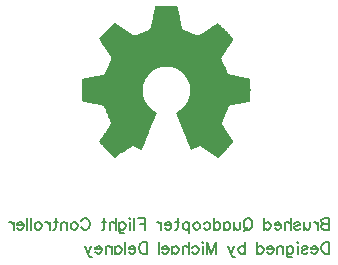
<source format=gbo>
G04 ---------------------------- Layer name :BOTTOM SILK LAYER*
G04 EasyEDA v5.7.24, Wed, 12 Sep 2018 16:49:18 GMT*
G04 4f4d465e801a4545b0c1db8b9bb63b57*
G04 Gerber Generator version 0.2*
G04 Scale: 100 percent, Rotated: No, Reflected: No *
G04 Dimensions in millimeters *
G04 leading zeros omitted , absolute positions ,3 integer and 3 decimal *
%FSLAX33Y33*%
%MOMM*%
G90*
G71D02*

%ADD52C,0.203200*%

%LPD*%

%LPD*%
G36*
G01X36703Y43545D02*
G01X36703Y43545D01*
G01X36703Y43545D01*
G01X36709Y43537D01*
G01X36718Y43519D01*
G01X36728Y43492D01*
G01X36739Y43457D01*
G01X36751Y43414D01*
G01X36765Y43364D01*
G01X36780Y43308D01*
G01X36795Y43244D01*
G01X36811Y43176D01*
G01X36828Y43101D01*
G01X36846Y43022D01*
G01X36863Y42939D01*
G01X36882Y42852D01*
G01X36900Y42761D01*
G01X36918Y42668D01*
G01X36936Y42573D01*
G01X36936Y42573D01*
G01X36954Y42477D01*
G01X36973Y42384D01*
G01X36990Y42294D01*
G01X37008Y42207D01*
G01X37025Y42124D01*
G01X37041Y42045D01*
G01X37057Y41971D01*
G01X37072Y41902D01*
G01X37086Y41840D01*
G01X37099Y41783D01*
G01X37111Y41733D01*
G01X37122Y41691D01*
G01X37131Y41656D01*
G01X37139Y41630D01*
G01X37146Y41613D01*
G01X37151Y41605D01*
G01X37151Y41605D01*
G01X37162Y41598D01*
G01X37183Y41587D01*
G01X37215Y41572D01*
G01X37256Y41553D01*
G01X37305Y41531D01*
G01X37362Y41507D01*
G01X37426Y41479D01*
G01X37496Y41450D01*
G01X37571Y41418D01*
G01X37650Y41386D01*
G01X37732Y41351D01*
G01X37818Y41317D01*
G01X37818Y41317D01*
G01X37903Y41282D01*
G01X37986Y41249D01*
G01X38066Y41217D01*
G01X38142Y41188D01*
G01X38212Y41161D01*
G01X38277Y41136D01*
G01X38335Y41114D01*
G01X38386Y41096D01*
G01X38428Y41081D01*
G01X38462Y41070D01*
G01X38485Y41063D01*
G01X38498Y41061D01*
G01X38498Y41061D01*
G01X38507Y41064D01*
G01X38524Y41072D01*
G01X38547Y41084D01*
G01X38577Y41102D01*
G01X38613Y41124D01*
G01X38655Y41150D01*
G01X38703Y41180D01*
G01X38755Y41214D01*
G01X38812Y41250D01*
G01X38873Y41290D01*
G01X38937Y41333D01*
G01X39005Y41379D01*
G01X39076Y41426D01*
G01X39149Y41476D01*
G01X39224Y41527D01*
G01X39301Y41580D01*
G01X39301Y41580D01*
G01X39378Y41633D01*
G01X39454Y41685D01*
G01X39528Y41734D01*
G01X39599Y41782D01*
G01X39668Y41827D01*
G01X39734Y41870D01*
G01X39796Y41910D01*
G01X39855Y41947D01*
G01X39909Y41981D01*
G01X39958Y42011D01*
G01X40003Y42037D01*
G01X40041Y42059D01*
G01X40074Y42076D01*
G01X40100Y42089D01*
G01X40119Y42097D01*
G01X40131Y42100D01*
G01X40131Y42100D01*
G01X40142Y42096D01*
G01X40159Y42087D01*
G01X40182Y42071D01*
G01X40211Y42050D01*
G01X40244Y42023D01*
G01X40282Y41991D01*
G01X40324Y41955D01*
G01X40371Y41914D01*
G01X40421Y41869D01*
G01X40474Y41821D01*
G01X40529Y41769D01*
G01X40588Y41713D01*
G01X40648Y41656D01*
G01X40710Y41595D01*
G01X40774Y41533D01*
G01X40839Y41468D01*
G01X40839Y41468D01*
G01X40903Y41404D01*
G01X40965Y41340D01*
G01X41025Y41279D01*
G01X41083Y41219D01*
G01X41138Y41161D01*
G01X41190Y41106D01*
G01X41239Y41055D01*
G01X41284Y41006D01*
G01X41324Y40961D01*
G01X41361Y40920D01*
G01X41392Y40884D01*
G01X41419Y40853D01*
G01X41440Y40826D01*
G01X41456Y40805D01*
G01X41465Y40790D01*
G01X41469Y40781D01*
G01X41469Y40781D01*
G01X41466Y40771D01*
G01X41458Y40754D01*
G01X41445Y40730D01*
G01X41428Y40700D01*
G01X41406Y40663D01*
G01X41380Y40620D01*
G01X41350Y40572D01*
G01X41316Y40520D01*
G01X41279Y40462D01*
G01X41239Y40401D01*
G01X41196Y40336D01*
G01X41151Y40268D01*
G01X41103Y40197D01*
G01X41054Y40123D01*
G01X41002Y40048D01*
G01X40949Y39970D01*
G01X40949Y39970D01*
G01X40896Y39893D01*
G01X40845Y39818D01*
G01X40795Y39744D01*
G01X40748Y39673D01*
G01X40702Y39605D01*
G01X40660Y39540D01*
G01X40620Y39479D01*
G01X40583Y39422D01*
G01X40550Y39369D01*
G01X40520Y39321D01*
G01X40494Y39279D01*
G01X40472Y39242D01*
G01X40455Y39212D01*
G01X40442Y39188D01*
G01X40435Y39171D01*
G01X40432Y39162D01*
G01X40432Y39162D01*
G01X40435Y39148D01*
G01X40443Y39123D01*
G01X40456Y39088D01*
G01X40473Y39043D01*
G01X40494Y38989D01*
G01X40519Y38927D01*
G01X40546Y38858D01*
G01X40577Y38783D01*
G01X40611Y38703D01*
G01X40646Y38618D01*
G01X40684Y38530D01*
G01X40723Y38440D01*
G01X41010Y37772D01*
G01X41846Y37609D01*
G01X41846Y37609D01*
G01X41931Y37593D01*
G01X42016Y37576D01*
G01X42098Y37560D01*
G01X42179Y37544D01*
G01X42256Y37529D01*
G01X42331Y37514D01*
G01X42402Y37500D01*
G01X42468Y37487D01*
G01X42530Y37475D01*
G01X42587Y37464D01*
G01X42638Y37454D01*
G01X42683Y37445D01*
G01X42721Y37437D01*
G01X42753Y37431D01*
G01X42777Y37426D01*
G01X42792Y37423D01*
G01X42792Y37423D01*
G01X42812Y37418D01*
G01X42829Y37413D01*
G01X42844Y37405D01*
G01X42856Y37393D01*
G01X42867Y37377D01*
G01X42876Y37353D01*
G01X42883Y37321D01*
G01X42889Y37280D01*
G01X42894Y37228D01*
G01X42898Y37164D01*
G01X42900Y37086D01*
G01X42902Y36992D01*
G01X42903Y36882D01*
G01X42903Y36754D01*
G01X42903Y36607D01*
G01X42904Y36439D01*
G01X42904Y36439D01*
G01X42903Y36284D01*
G01X42903Y36147D01*
G01X42902Y36026D01*
G01X42901Y35920D01*
G01X42899Y35828D01*
G01X42897Y35750D01*
G01X42894Y35683D01*
G01X42890Y35628D01*
G01X42885Y35582D01*
G01X42879Y35545D01*
G01X42872Y35516D01*
G01X42864Y35494D01*
G01X42854Y35478D01*
G01X42843Y35467D01*
G01X42831Y35459D01*
G01X42817Y35454D01*
G01X42817Y35454D01*
G01X42798Y35449D01*
G01X42767Y35442D01*
G01X42725Y35434D01*
G01X42672Y35423D01*
G01X42609Y35411D01*
G01X42538Y35398D01*
G01X42459Y35383D01*
G01X42374Y35368D01*
G01X42283Y35352D01*
G01X42188Y35335D01*
G01X42089Y35317D01*
G01X41988Y35299D01*
G01X41988Y35299D01*
G01X41887Y35282D01*
G01X41788Y35264D01*
G01X41692Y35246D01*
G01X41601Y35229D01*
G01X41515Y35212D01*
G01X41435Y35196D01*
G01X41362Y35181D01*
G01X41298Y35168D01*
G01X41243Y35156D01*
G01X41199Y35145D01*
G01X41166Y35136D01*
G01X41146Y35129D01*
G01X41146Y35129D01*
G01X41127Y35118D01*
G01X41107Y35098D01*
G01X41084Y35070D01*
G01X41059Y35032D01*
G01X41032Y34985D01*
G01X41002Y34928D01*
G01X40969Y34861D01*
G01X40933Y34783D01*
G01X40894Y34695D01*
G01X40852Y34596D01*
G01X40807Y34486D01*
G01X40758Y34364D01*
G01X40758Y34364D01*
G01X40719Y34266D01*
G01X40682Y34170D01*
G01X40648Y34078D01*
G01X40616Y33991D01*
G01X40587Y33910D01*
G01X40561Y33835D01*
G01X40539Y33768D01*
G01X40521Y33709D01*
G01X40507Y33660D01*
G01X40498Y33621D01*
G01X40494Y33594D01*
G01X40494Y33579D01*
G01X40494Y33579D01*
G01X40499Y33569D01*
G01X40509Y33553D01*
G01X40523Y33530D01*
G01X40542Y33501D01*
G01X40564Y33466D01*
G01X40590Y33427D01*
G01X40619Y33382D01*
G01X40652Y33333D01*
G01X40687Y33280D01*
G01X40725Y33223D01*
G01X40765Y33164D01*
G01X40808Y33101D01*
G01X40852Y33035D01*
G01X40898Y32968D01*
G01X40946Y32898D01*
G01X40994Y32828D01*
G01X40994Y32828D01*
G01X41058Y32734D01*
G01X41120Y32643D01*
G01X41178Y32556D01*
G01X41233Y32473D01*
G01X41284Y32396D01*
G01X41329Y32325D01*
G01X41369Y32261D01*
G01X41404Y32206D01*
G01X41431Y32160D01*
G01X41452Y32124D01*
G01X41464Y32099D01*
G01X41469Y32085D01*
G01X41469Y32085D01*
G01X41465Y32076D01*
G01X41455Y32061D01*
G01X41439Y32040D01*
G01X41417Y32013D01*
G01X41389Y31980D01*
G01X41355Y31943D01*
G01X41317Y31901D01*
G01X41275Y31855D01*
G01X41228Y31804D01*
G01X41177Y31751D01*
G01X41122Y31694D01*
G01X41065Y31634D01*
G01X41004Y31572D01*
G01X40941Y31507D01*
G01X40875Y31441D01*
G01X40808Y31374D01*
G01X40147Y30715D01*
G01X39415Y31214D01*
G01X39415Y31214D01*
G01X39340Y31265D01*
G01X39266Y31314D01*
G01X39195Y31362D01*
G01X39126Y31407D01*
G01X39059Y31451D01*
G01X38996Y31492D01*
G01X38936Y31531D01*
G01X38881Y31566D01*
G01X38829Y31598D01*
G01X38783Y31627D01*
G01X38742Y31652D01*
G01X38706Y31673D01*
G01X38676Y31690D01*
G01X38652Y31703D01*
G01X38636Y31710D01*
G01X38626Y31713D01*
G01X38626Y31713D01*
G01X38609Y31709D01*
G01X38579Y31699D01*
G01X38540Y31683D01*
G01X38491Y31662D01*
G01X38436Y31636D01*
G01X38376Y31607D01*
G01X38311Y31574D01*
G01X38245Y31540D01*
G01X38245Y31540D01*
G01X38158Y31494D01*
G01X38085Y31459D01*
G01X38026Y31433D01*
G01X37977Y31416D01*
G01X37939Y31407D01*
G01X37909Y31407D01*
G01X37887Y31414D01*
G01X37871Y31428D01*
G01X37871Y31428D01*
G01X37859Y31447D01*
G01X37842Y31478D01*
G01X37822Y31518D01*
G01X37799Y31566D01*
G01X37774Y31622D01*
G01X37748Y31682D01*
G01X37721Y31746D01*
G01X37695Y31812D01*
G01X37695Y31812D01*
G01X37685Y31836D01*
G01X37673Y31866D01*
G01X37659Y31899D01*
G01X37644Y31938D01*
G01X37626Y31980D01*
G01X37607Y32026D01*
G01X37587Y32076D01*
G01X37565Y32130D01*
G01X37542Y32186D01*
G01X37517Y32246D01*
G01X37492Y32308D01*
G01X37465Y32373D01*
G01X37437Y32440D01*
G01X37409Y32510D01*
G01X37379Y32581D01*
G01X37349Y32654D01*
G01X37318Y32728D01*
G01X37287Y32804D01*
G01X37255Y32880D01*
G01X37223Y32958D01*
G01X37191Y33036D01*
G01X37158Y33114D01*
G01X37126Y33192D01*
G01X37093Y33271D01*
G01X37093Y33271D01*
G01X37055Y33364D01*
G01X37017Y33456D01*
G01X36980Y33545D01*
G01X36944Y33633D01*
G01X36910Y33718D01*
G01X36877Y33801D01*
G01X36845Y33880D01*
G01X36815Y33956D01*
G01X36786Y34028D01*
G01X36760Y34096D01*
G01X36735Y34160D01*
G01X36712Y34219D01*
G01X36692Y34273D01*
G01X36674Y34321D01*
G01X36658Y34364D01*
G01X36645Y34401D01*
G01X36635Y34432D01*
G01X36628Y34456D01*
G01X36623Y34473D01*
G01X36621Y34483D01*
G01X36621Y34483D01*
G01X36638Y34521D01*
G01X36682Y34571D01*
G01X36746Y34627D01*
G01X36825Y34680D01*
G01X36825Y34680D01*
G01X36870Y34711D01*
G01X36922Y34749D01*
G01X36978Y34793D01*
G01X37036Y34843D01*
G01X37096Y34896D01*
G01X37154Y34951D01*
G01X37210Y35006D01*
G01X37261Y35060D01*
G01X37261Y35060D01*
G01X37311Y35116D01*
G01X37361Y35177D01*
G01X37410Y35241D01*
G01X37458Y35307D01*
G01X37503Y35372D01*
G01X37543Y35434D01*
G01X37577Y35492D01*
G01X37603Y35543D01*
G01X37603Y35543D01*
G01X37625Y35594D01*
G01X37649Y35652D01*
G01X37672Y35714D01*
G01X37695Y35779D01*
G01X37716Y35845D01*
G01X37735Y35909D01*
G01X37752Y35971D01*
G01X37765Y36027D01*
G01X37765Y36027D01*
G01X37776Y36087D01*
G01X37784Y36155D01*
G01X37791Y36230D01*
G01X37795Y36309D01*
G01X37797Y36391D01*
G01X37797Y36474D01*
G01X37794Y36554D01*
G01X37788Y36632D01*
G01X37788Y36632D01*
G01X37782Y36691D01*
G01X37775Y36749D01*
G01X37765Y36806D01*
G01X37754Y36862D01*
G01X37742Y36916D01*
G01X37728Y36971D01*
G01X37712Y37024D01*
G01X37695Y37078D01*
G01X37675Y37131D01*
G01X37654Y37183D01*
G01X37631Y37236D01*
G01X37606Y37289D01*
G01X37606Y37289D01*
G01X37583Y37333D01*
G01X37557Y37380D01*
G01X37529Y37428D01*
G01X37498Y37478D01*
G01X37464Y37528D01*
G01X37430Y37579D01*
G01X37394Y37628D01*
G01X37358Y37676D01*
G01X37322Y37722D01*
G01X37287Y37765D01*
G01X37252Y37805D01*
G01X37219Y37841D01*
G01X37219Y37841D01*
G01X37166Y37892D01*
G01X37108Y37945D01*
G01X37045Y37997D01*
G01X36980Y38048D01*
G01X36915Y38095D01*
G01X36852Y38138D01*
G01X36793Y38175D01*
G01X36739Y38204D01*
G01X36739Y38204D01*
G01X36686Y38230D01*
G01X36627Y38256D01*
G01X36564Y38282D01*
G01X36499Y38308D01*
G01X36435Y38332D01*
G01X36374Y38354D01*
G01X36316Y38373D01*
G01X36264Y38388D01*
G01X36264Y38388D01*
G01X36209Y38401D01*
G01X36144Y38411D01*
G01X36073Y38420D01*
G01X35996Y38427D01*
G01X35915Y38431D01*
G01X35833Y38433D01*
G01X35751Y38432D01*
G01X35671Y38429D01*
G01X35671Y38429D01*
G01X35617Y38425D01*
G01X35562Y38419D01*
G01X35505Y38411D01*
G01X35447Y38403D01*
G01X35388Y38392D01*
G01X35330Y38381D01*
G01X35273Y38369D01*
G01X35217Y38355D01*
G01X35164Y38341D01*
G01X35113Y38326D01*
G01X35066Y38311D01*
G01X35023Y38295D01*
G01X35023Y38295D01*
G01X34977Y38276D01*
G01X34929Y38254D01*
G01X34881Y38229D01*
G01X34832Y38202D01*
G01X34783Y38172D01*
G01X34733Y38140D01*
G01X34683Y38106D01*
G01X34633Y38070D01*
G01X34583Y38032D01*
G01X34534Y37992D01*
G01X34485Y37950D01*
G01X34438Y37907D01*
G01X34438Y37907D01*
G01X34393Y37865D01*
G01X34349Y37821D01*
G01X34306Y37775D01*
G01X34264Y37728D01*
G01X34223Y37679D01*
G01X34183Y37631D01*
G01X34146Y37582D01*
G01X34110Y37534D01*
G01X34078Y37487D01*
G01X34048Y37441D01*
G01X34022Y37397D01*
G01X34000Y37355D01*
G01X34000Y37355D01*
G01X33971Y37294D01*
G01X33941Y37225D01*
G01X33912Y37151D01*
G01X33884Y37074D01*
G01X33858Y36996D01*
G01X33835Y36921D01*
G01X33815Y36850D01*
G01X33800Y36785D01*
G01X33800Y36785D01*
G01X33788Y36719D01*
G01X33778Y36649D01*
G01X33771Y36575D01*
G01X33766Y36499D01*
G01X33763Y36425D01*
G01X33762Y36354D01*
G01X33765Y36287D01*
G01X33770Y36227D01*
G01X33770Y36227D01*
G01X33778Y36170D01*
G01X33789Y36107D01*
G01X33803Y36040D01*
G01X33818Y35972D01*
G01X33836Y35904D01*
G01X33854Y35839D01*
G01X33873Y35779D01*
G01X33892Y35726D01*
G01X33892Y35726D01*
G01X33913Y35673D01*
G01X33939Y35615D01*
G01X33970Y35553D01*
G01X34003Y35489D01*
G01X34037Y35426D01*
G01X34073Y35364D01*
G01X34108Y35307D01*
G01X34142Y35255D01*
G01X34142Y35255D01*
G01X34179Y35205D01*
G01X34222Y35151D01*
G01X34271Y35094D01*
G01X34323Y35038D01*
G01X34377Y34982D01*
G01X34432Y34929D01*
G01X34485Y34881D01*
G01X34535Y34840D01*
G01X34535Y34840D01*
G01X34584Y34801D01*
G01X34634Y34762D01*
G01X34684Y34724D01*
G01X34733Y34688D01*
G01X34778Y34654D01*
G01X34819Y34625D01*
G01X34853Y34600D01*
G01X34881Y34581D01*
G01X34993Y34507D01*
G01X34348Y32955D01*
G01X34348Y32955D01*
G01X34310Y32864D01*
G01X34273Y32774D01*
G01X34236Y32686D01*
G01X34200Y32599D01*
G01X34165Y32514D01*
G01X34130Y32431D01*
G01X34096Y32350D01*
G01X34063Y32271D01*
G01X34031Y32194D01*
G01X33999Y32120D01*
G01X33969Y32049D01*
G01X33940Y31980D01*
G01X33912Y31914D01*
G01X33886Y31851D01*
G01X33860Y31792D01*
G01X33837Y31735D01*
G01X33814Y31683D01*
G01X33793Y31634D01*
G01X33774Y31588D01*
G01X33756Y31547D01*
G01X33740Y31510D01*
G01X33725Y31477D01*
G01X33713Y31449D01*
G01X33702Y31425D01*
G01X33694Y31406D01*
G01X33687Y31392D01*
G01X33682Y31382D01*
G01X33680Y31378D01*
G01X33680Y31378D01*
G01X33668Y31377D01*
G01X33645Y31383D01*
G01X33611Y31396D01*
G01X33567Y31414D01*
G01X33516Y31438D01*
G01X33459Y31466D01*
G01X33396Y31498D01*
G01X33330Y31534D01*
G01X33330Y31534D01*
G01X33264Y31570D01*
G01X33199Y31603D01*
G01X33137Y31634D01*
G01X33081Y31660D01*
G01X33032Y31682D01*
G01X32991Y31699D01*
G01X32959Y31709D01*
G01X32940Y31713D01*
G01X32940Y31713D01*
G01X32899Y31702D01*
G01X32837Y31672D01*
G01X32762Y31628D01*
G01X32682Y31574D01*
G01X32682Y31574D01*
G01X32651Y31552D01*
G01X32611Y31525D01*
G01X32565Y31492D01*
G01X32511Y31455D01*
G01X32452Y31414D01*
G01X32388Y31369D01*
G01X32321Y31322D01*
G01X32250Y31274D01*
G01X32177Y31223D01*
G01X32103Y31172D01*
G01X32028Y31121D01*
G01X31954Y31071D01*
G01X31420Y30705D01*
G01X30755Y31369D01*
G01X30755Y31369D01*
G01X30687Y31437D01*
G01X30621Y31503D01*
G01X30557Y31568D01*
G01X30496Y31630D01*
G01X30438Y31690D01*
G01X30383Y31747D01*
G01X30332Y31800D01*
G01X30284Y31850D01*
G01X30241Y31896D01*
G01X30203Y31937D01*
G01X30170Y31974D01*
G01X30141Y32006D01*
G01X30119Y32032D01*
G01X30103Y32052D01*
G01X30092Y32066D01*
G01X30089Y32074D01*
G01X30089Y32074D01*
G01X30091Y32082D01*
G01X30099Y32097D01*
G01X30111Y32119D01*
G01X30128Y32147D01*
G01X30149Y32181D01*
G01X30174Y32221D01*
G01X30202Y32266D01*
G01X30234Y32315D01*
G01X30269Y32369D01*
G01X30308Y32427D01*
G01X30348Y32489D01*
G01X30392Y32554D01*
G01X30437Y32622D01*
G01X30484Y32692D01*
G01X30533Y32764D01*
G01X30584Y32838D01*
G01X30584Y32838D01*
G01X30634Y32912D01*
G01X30683Y32984D01*
G01X30730Y33055D01*
G01X30776Y33124D01*
G01X30819Y33189D01*
G01X30860Y33252D01*
G01X30898Y33312D01*
G01X30933Y33367D01*
G01X30965Y33419D01*
G01X30994Y33465D01*
G01X31019Y33507D01*
G01X31040Y33543D01*
G01X31056Y33574D01*
G01X31068Y33598D01*
G01X31076Y33615D01*
G01X31079Y33626D01*
G01X31079Y33626D01*
G01X31076Y33641D01*
G01X31069Y33668D01*
G01X31057Y33706D01*
G01X31040Y33754D01*
G01X31020Y33811D01*
G01X30997Y33876D01*
G01X30970Y33949D01*
G01X30940Y34028D01*
G01X30908Y34112D01*
G01X30874Y34201D01*
G01X30837Y34293D01*
G01X30800Y34388D01*
G01X30800Y34388D01*
G01X30751Y34508D01*
G01X30706Y34616D01*
G01X30665Y34713D01*
G01X30627Y34798D01*
G01X30592Y34872D01*
G01X30560Y34936D01*
G01X30531Y34990D01*
G01X30504Y35034D01*
G01X30480Y35069D01*
G01X30457Y35096D01*
G01X30436Y35115D01*
G01X30416Y35127D01*
G01X30416Y35127D01*
G01X30395Y35133D01*
G01X30363Y35142D01*
G01X30319Y35153D01*
G01X30265Y35165D01*
G01X30202Y35179D01*
G01X30132Y35194D01*
G01X30054Y35210D01*
G01X29970Y35226D01*
G01X29881Y35244D01*
G01X29788Y35261D01*
G01X29692Y35279D01*
G01X29594Y35297D01*
G01X29594Y35297D01*
G01X29496Y35314D01*
G01X29400Y35331D01*
G01X29307Y35348D01*
G01X29218Y35364D01*
G01X29133Y35380D01*
G01X29055Y35394D01*
G01X28983Y35407D01*
G01X28920Y35419D01*
G01X28865Y35429D01*
G01X28821Y35438D01*
G01X28787Y35445D01*
G01X28765Y35449D01*
G01X28765Y35449D01*
G01X28746Y35454D01*
G01X28729Y35459D01*
G01X28714Y35467D01*
G01X28701Y35479D01*
G01X28691Y35496D01*
G01X28682Y35520D01*
G01X28674Y35551D01*
G01X28668Y35593D01*
G01X28664Y35645D01*
G01X28660Y35710D01*
G01X28658Y35788D01*
G01X28656Y35882D01*
G01X28655Y35992D01*
G01X28654Y36120D01*
G01X28654Y36268D01*
G01X28654Y36437D01*
G01X28654Y36437D01*
G01X28654Y36535D01*
G01X28654Y36631D01*
G01X28655Y36723D01*
G01X28655Y36811D01*
G01X28656Y36896D01*
G01X28656Y36975D01*
G01X28657Y37049D01*
G01X28658Y37118D01*
G01X28659Y37180D01*
G01X28660Y37236D01*
G01X28661Y37284D01*
G01X28662Y37325D01*
G01X28663Y37357D01*
G01X28664Y37381D01*
G01X28665Y37396D01*
G01X28666Y37401D01*
G01X28666Y37401D01*
G01X28672Y37402D01*
G01X28688Y37404D01*
G01X28711Y37409D01*
G01X28743Y37414D01*
G01X28783Y37422D01*
G01X28829Y37430D01*
G01X28883Y37440D01*
G01X28943Y37451D01*
G01X29008Y37463D01*
G01X29079Y37476D01*
G01X29155Y37490D01*
G01X29235Y37505D01*
G01X29319Y37521D01*
G01X29406Y37537D01*
G01X29496Y37554D01*
G01X29589Y37571D01*
G01X29589Y37571D01*
G01X29682Y37589D01*
G01X29773Y37607D01*
G01X29861Y37624D01*
G01X29946Y37641D01*
G01X30027Y37657D01*
G01X30104Y37673D01*
G01X30176Y37689D01*
G01X30243Y37703D01*
G01X30305Y37717D01*
G01X30360Y37730D01*
G01X30409Y37742D01*
G01X30451Y37753D01*
G01X30485Y37762D01*
G01X30511Y37770D01*
G01X30529Y37777D01*
G01X30538Y37782D01*
G01X30538Y37782D01*
G01X30545Y37793D01*
G01X30558Y37815D01*
G01X30574Y37847D01*
G01X30595Y37888D01*
G01X30619Y37938D01*
G01X30646Y37996D01*
G01X30676Y38060D01*
G01X30708Y38131D01*
G01X30742Y38206D01*
G01X30778Y38286D01*
G01X30814Y38370D01*
G01X30852Y38456D01*
G01X30852Y38456D01*
G01X30889Y38542D01*
G01X30925Y38627D01*
G01X30959Y38708D01*
G01X30991Y38785D01*
G01X31020Y38858D01*
G01X31047Y38925D01*
G01X31070Y38986D01*
G01X31090Y39040D01*
G01X31106Y39085D01*
G01X31118Y39121D01*
G01X31125Y39148D01*
G01X31128Y39163D01*
G01X31128Y39163D01*
G01X31125Y39175D01*
G01X31117Y39193D01*
G01X31105Y39219D01*
G01X31087Y39252D01*
G01X31065Y39290D01*
G01X31039Y39334D01*
G01X31009Y39384D01*
G01X30975Y39438D01*
G01X30938Y39497D01*
G01X30898Y39560D01*
G01X30856Y39626D01*
G01X30810Y39696D01*
G01X30763Y39768D01*
G01X30713Y39842D01*
G01X30661Y39919D01*
G01X30609Y39996D01*
G01X30609Y39996D01*
G01X30556Y40074D01*
G01X30504Y40150D01*
G01X30454Y40224D01*
G01X30407Y40295D01*
G01X30361Y40363D01*
G01X30319Y40428D01*
G01X30278Y40489D01*
G01X30242Y40546D01*
G01X30208Y40598D01*
G01X30178Y40645D01*
G01X30152Y40687D01*
G01X30130Y40723D01*
G01X30112Y40753D01*
G01X30100Y40776D01*
G01X30092Y40791D01*
G01X30089Y40800D01*
G01X30089Y40800D01*
G01X30092Y40808D01*
G01X30103Y40822D01*
G01X30119Y40842D01*
G01X30141Y40869D01*
G01X30170Y40900D01*
G01X30203Y40937D01*
G01X30241Y40978D01*
G01X30284Y41024D01*
G01X30332Y41073D01*
G01X30383Y41127D01*
G01X30438Y41183D01*
G01X30496Y41242D01*
G01X30557Y41304D01*
G01X30620Y41368D01*
G01X30686Y41434D01*
G01X30754Y41501D01*
G01X31419Y42160D01*
G01X32190Y41633D01*
G01X32190Y41633D01*
G01X32269Y41579D01*
G01X32347Y41527D01*
G01X32422Y41476D01*
G01X32496Y41426D01*
G01X32566Y41379D01*
G01X32633Y41334D01*
G01X32697Y41292D01*
G01X32756Y41253D01*
G01X32811Y41217D01*
G01X32861Y41184D01*
G01X32906Y41156D01*
G01X32945Y41131D01*
G01X32977Y41111D01*
G01X33003Y41095D01*
G01X33022Y41084D01*
G01X33034Y41079D01*
G01X33034Y41079D01*
G01X33049Y41077D01*
G01X33075Y41081D01*
G01X33111Y41088D01*
G01X33156Y41100D01*
G01X33209Y41116D01*
G01X33270Y41135D01*
G01X33337Y41158D01*
G01X33409Y41183D01*
G01X33486Y41212D01*
G01X33567Y41242D01*
G01X33651Y41275D01*
G01X33737Y41310D01*
G01X33737Y41310D01*
G01X33823Y41346D01*
G01X33906Y41381D01*
G01X33986Y41415D01*
G01X34062Y41449D01*
G01X34133Y41481D01*
G01X34198Y41511D01*
G01X34257Y41539D01*
G01X34308Y41565D01*
G01X34351Y41587D01*
G01X34384Y41606D01*
G01X34408Y41621D01*
G01X34421Y41632D01*
G01X34421Y41632D01*
G01X34427Y41643D01*
G01X34434Y41663D01*
G01X34443Y41691D01*
G01X34454Y41726D01*
G01X34465Y41769D01*
G01X34478Y41819D01*
G01X34491Y41874D01*
G01X34505Y41936D01*
G01X34521Y42003D01*
G01X34536Y42074D01*
G01X34552Y42150D01*
G01X34569Y42230D01*
G01X34586Y42313D01*
G01X34603Y42399D01*
G01X34620Y42487D01*
G01X34637Y42578D01*
G01X34637Y42578D01*
G01X34654Y42668D01*
G01X34671Y42756D01*
G01X34688Y42842D01*
G01X34705Y42925D01*
G01X34721Y43005D01*
G01X34737Y43081D01*
G01X34753Y43152D01*
G01X34768Y43219D01*
G01X34782Y43280D01*
G01X34795Y43336D01*
G01X34808Y43385D01*
G01X34819Y43428D01*
G01X34829Y43464D01*
G01X34838Y43491D01*
G01X34845Y43511D01*
G01X34851Y43522D01*
G01X34851Y43522D01*
G01X34860Y43530D01*
G01X34875Y43537D01*
G01X34895Y43544D01*
G01X34920Y43550D01*
G01X34952Y43556D01*
G01X34990Y43561D01*
G01X35034Y43566D01*
G01X35086Y43569D01*
G01X35144Y43573D01*
G01X35210Y43576D01*
G01X35283Y43578D01*
G01X35364Y43580D01*
G01X35453Y43581D01*
G01X35551Y43582D01*
G01X35657Y43583D01*
G01X35773Y43583D01*
G01X35773Y43583D01*
G01X35862Y43583D01*
G01X35949Y43582D01*
G01X36034Y43581D01*
G01X36116Y43580D01*
G01X36194Y43578D01*
G01X36269Y43576D01*
G01X36340Y43574D01*
G01X36405Y43571D01*
G01X36466Y43569D01*
G01X36521Y43566D01*
G01X36569Y43563D01*
G01X36611Y43560D01*
G01X36646Y43556D01*
G01X36673Y43553D01*
G01X36692Y43549D01*
G01X36703Y43545D01*
G37*

%LPD*%
G54D52*
G01X49560Y25592D02*
G01X49560Y24622D01*
G01X49560Y25592D02*
G01X49144Y25592D01*
G01X49005Y25546D01*
G01X48959Y25500D01*
G01X48913Y25407D01*
G01X48913Y25315D01*
G01X48959Y25223D01*
G01X49005Y25176D01*
G01X49144Y25130D01*
G01X49560Y25130D02*
G01X49144Y25130D01*
G01X49005Y25084D01*
G01X48959Y25038D01*
G01X48913Y24946D01*
G01X48913Y24807D01*
G01X48959Y24715D01*
G01X49005Y24668D01*
G01X49144Y24622D01*
G01X49560Y24622D01*
G01X48608Y25269D02*
G01X48608Y24622D01*
G01X48608Y24992D02*
G01X48562Y25130D01*
G01X48470Y25223D01*
G01X48377Y25269D01*
G01X48239Y25269D01*
G01X47934Y25269D02*
G01X47934Y24807D01*
G01X47888Y24668D01*
G01X47795Y24622D01*
G01X47657Y24622D01*
G01X47564Y24668D01*
G01X47426Y24807D01*
G01X47426Y25269D02*
G01X47426Y24622D01*
G01X46613Y25130D02*
G01X46659Y25223D01*
G01X46798Y25269D01*
G01X46936Y25269D01*
G01X47075Y25223D01*
G01X47121Y25130D01*
G01X47075Y25038D01*
G01X46983Y24992D01*
G01X46752Y24946D01*
G01X46659Y24899D01*
G01X46613Y24807D01*
G01X46613Y24761D01*
G01X46659Y24668D01*
G01X46798Y24622D01*
G01X46936Y24622D01*
G01X47075Y24668D01*
G01X47121Y24761D01*
G01X46308Y25592D02*
G01X46308Y24622D01*
G01X46308Y25084D02*
G01X46170Y25223D01*
G01X46077Y25269D01*
G01X45939Y25269D01*
G01X45847Y25223D01*
G01X45800Y25084D01*
G01X45800Y24622D01*
G01X45496Y24992D02*
G01X44941Y24992D01*
G01X44941Y25084D01*
G01X44988Y25176D01*
G01X45034Y25223D01*
G01X45126Y25269D01*
G01X45265Y25269D01*
G01X45357Y25223D01*
G01X45449Y25130D01*
G01X45496Y24992D01*
G01X45496Y24899D01*
G01X45449Y24761D01*
G01X45357Y24668D01*
G01X45265Y24622D01*
G01X45126Y24622D01*
G01X45034Y24668D01*
G01X44941Y24761D01*
G01X44082Y25592D02*
G01X44082Y24622D01*
G01X44082Y25130D02*
G01X44175Y25223D01*
G01X44267Y25269D01*
G01X44406Y25269D01*
G01X44498Y25223D01*
G01X44590Y25130D01*
G01X44637Y24992D01*
G01X44637Y24899D01*
G01X44590Y24761D01*
G01X44498Y24668D01*
G01X44406Y24622D01*
G01X44267Y24622D01*
G01X44175Y24668D01*
G01X44082Y24761D01*
G01X42789Y25592D02*
G01X42882Y25546D01*
G01X42974Y25454D01*
G01X43020Y25361D01*
G01X43066Y25223D01*
G01X43066Y24992D01*
G01X43020Y24853D01*
G01X42974Y24761D01*
G01X42882Y24668D01*
G01X42789Y24622D01*
G01X42605Y24622D01*
G01X42512Y24668D01*
G01X42420Y24761D01*
G01X42374Y24853D01*
G01X42327Y24992D01*
G01X42327Y25223D01*
G01X42374Y25361D01*
G01X42420Y25454D01*
G01X42512Y25546D01*
G01X42605Y25592D01*
G01X42789Y25592D01*
G01X42651Y24807D02*
G01X42374Y24530D01*
G01X42023Y25269D02*
G01X42023Y24807D01*
G01X41976Y24668D01*
G01X41884Y24622D01*
G01X41746Y24622D01*
G01X41653Y24668D01*
G01X41515Y24807D01*
G01X41515Y25269D02*
G01X41515Y24622D01*
G01X40656Y25269D02*
G01X40656Y24622D01*
G01X40656Y25130D02*
G01X40748Y25223D01*
G01X40840Y25269D01*
G01X40979Y25269D01*
G01X41071Y25223D01*
G01X41164Y25130D01*
G01X41210Y24992D01*
G01X41210Y24899D01*
G01X41164Y24761D01*
G01X41071Y24668D01*
G01X40979Y24622D01*
G01X40840Y24622D01*
G01X40748Y24668D01*
G01X40656Y24761D01*
G01X39797Y25592D02*
G01X39797Y24622D01*
G01X39797Y25130D02*
G01X39889Y25223D01*
G01X39981Y25269D01*
G01X40120Y25269D01*
G01X40212Y25223D01*
G01X40305Y25130D01*
G01X40351Y24992D01*
G01X40351Y24899D01*
G01X40305Y24761D01*
G01X40212Y24668D01*
G01X40120Y24622D01*
G01X39981Y24622D01*
G01X39889Y24668D01*
G01X39797Y24761D01*
G01X38938Y25130D02*
G01X39030Y25223D01*
G01X39122Y25269D01*
G01X39261Y25269D01*
G01X39353Y25223D01*
G01X39446Y25130D01*
G01X39492Y24992D01*
G01X39492Y24899D01*
G01X39446Y24761D01*
G01X39353Y24668D01*
G01X39261Y24622D01*
G01X39122Y24622D01*
G01X39030Y24668D01*
G01X38938Y24761D01*
G01X38402Y25269D02*
G01X38494Y25223D01*
G01X38587Y25130D01*
G01X38633Y24992D01*
G01X38633Y24899D01*
G01X38587Y24761D01*
G01X38494Y24668D01*
G01X38402Y24622D01*
G01X38263Y24622D01*
G01X38171Y24668D01*
G01X38079Y24761D01*
G01X38033Y24899D01*
G01X38033Y24992D01*
G01X38079Y25130D01*
G01X38171Y25223D01*
G01X38263Y25269D01*
G01X38402Y25269D01*
G01X37728Y25269D02*
G01X37728Y24299D01*
G01X37728Y25130D02*
G01X37635Y25223D01*
G01X37543Y25269D01*
G01X37404Y25269D01*
G01X37312Y25223D01*
G01X37220Y25130D01*
G01X37174Y24992D01*
G01X37174Y24899D01*
G01X37220Y24761D01*
G01X37312Y24668D01*
G01X37404Y24622D01*
G01X37543Y24622D01*
G01X37635Y24668D01*
G01X37728Y24761D01*
G01X36730Y25592D02*
G01X36730Y24807D01*
G01X36684Y24668D01*
G01X36592Y24622D01*
G01X36499Y24622D01*
G01X36869Y25269D02*
G01X36546Y25269D01*
G01X36195Y24992D02*
G01X35640Y24992D01*
G01X35640Y25084D01*
G01X35687Y25176D01*
G01X35733Y25223D01*
G01X35825Y25269D01*
G01X35964Y25269D01*
G01X36056Y25223D01*
G01X36148Y25130D01*
G01X36195Y24992D01*
G01X36195Y24899D01*
G01X36148Y24761D01*
G01X36056Y24668D01*
G01X35964Y24622D01*
G01X35825Y24622D01*
G01X35733Y24668D01*
G01X35640Y24761D01*
G01X35336Y25269D02*
G01X35336Y24622D01*
G01X35336Y24992D02*
G01X35289Y25130D01*
G01X35197Y25223D01*
G01X35105Y25269D01*
G01X34966Y25269D01*
G01X33950Y25592D02*
G01X33950Y24622D01*
G01X33950Y25592D02*
G01X33350Y25592D01*
G01X33950Y25130D02*
G01X33581Y25130D01*
G01X33045Y25592D02*
G01X33045Y24622D01*
G01X32740Y25592D02*
G01X32694Y25546D01*
G01X32648Y25592D01*
G01X32694Y25638D01*
G01X32740Y25592D01*
G01X32694Y25269D02*
G01X32694Y24622D01*
G01X31789Y25269D02*
G01X31789Y24530D01*
G01X31835Y24391D01*
G01X31881Y24345D01*
G01X31974Y24299D01*
G01X32112Y24299D01*
G01X32204Y24345D01*
G01X31789Y25130D02*
G01X31881Y25223D01*
G01X31974Y25269D01*
G01X32112Y25269D01*
G01X32204Y25223D01*
G01X32297Y25130D01*
G01X32343Y24992D01*
G01X32343Y24899D01*
G01X32297Y24761D01*
G01X32204Y24668D01*
G01X32112Y24622D01*
G01X31974Y24622D01*
G01X31881Y24668D01*
G01X31789Y24761D01*
G01X31484Y25592D02*
G01X31484Y24622D01*
G01X31484Y25084D02*
G01X31345Y25223D01*
G01X31253Y25269D01*
G01X31115Y25269D01*
G01X31022Y25223D01*
G01X30976Y25084D01*
G01X30976Y24622D01*
G01X30533Y25592D02*
G01X30533Y24807D01*
G01X30486Y24668D01*
G01X30394Y24622D01*
G01X30302Y24622D01*
G01X30671Y25269D02*
G01X30348Y25269D01*
G01X28593Y25361D02*
G01X28639Y25454D01*
G01X28732Y25546D01*
G01X28824Y25592D01*
G01X29009Y25592D01*
G01X29101Y25546D01*
G01X29193Y25454D01*
G01X29240Y25361D01*
G01X29286Y25223D01*
G01X29286Y24992D01*
G01X29240Y24853D01*
G01X29193Y24761D01*
G01X29101Y24668D01*
G01X29009Y24622D01*
G01X28824Y24622D01*
G01X28732Y24668D01*
G01X28639Y24761D01*
G01X28593Y24853D01*
G01X28057Y25269D02*
G01X28150Y25223D01*
G01X28242Y25130D01*
G01X28288Y24992D01*
G01X28288Y24899D01*
G01X28242Y24761D01*
G01X28150Y24668D01*
G01X28057Y24622D01*
G01X27919Y24622D01*
G01X27826Y24668D01*
G01X27734Y24761D01*
G01X27688Y24899D01*
G01X27688Y24992D01*
G01X27734Y25130D01*
G01X27826Y25223D01*
G01X27919Y25269D01*
G01X28057Y25269D01*
G01X27383Y25269D02*
G01X27383Y24622D01*
G01X27383Y25084D02*
G01X27244Y25223D01*
G01X27152Y25269D01*
G01X27014Y25269D01*
G01X26921Y25223D01*
G01X26875Y25084D01*
G01X26875Y24622D01*
G01X26432Y25592D02*
G01X26432Y24807D01*
G01X26386Y24668D01*
G01X26293Y24622D01*
G01X26201Y24622D01*
G01X26570Y25269D02*
G01X26247Y25269D01*
G01X25896Y25269D02*
G01X25896Y24622D01*
G01X25896Y24992D02*
G01X25850Y25130D01*
G01X25757Y25223D01*
G01X25665Y25269D01*
G01X25527Y25269D01*
G01X24991Y25269D02*
G01X25083Y25223D01*
G01X25176Y25130D01*
G01X25222Y24992D01*
G01X25222Y24899D01*
G01X25176Y24761D01*
G01X25083Y24668D01*
G01X24991Y24622D01*
G01X24852Y24622D01*
G01X24760Y24668D01*
G01X24668Y24761D01*
G01X24621Y24899D01*
G01X24621Y24992D01*
G01X24668Y25130D01*
G01X24760Y25223D01*
G01X24852Y25269D01*
G01X24991Y25269D01*
G01X24317Y25592D02*
G01X24317Y24622D01*
G01X24012Y25592D02*
G01X24012Y24622D01*
G01X23707Y24992D02*
G01X23153Y24992D01*
G01X23153Y25084D01*
G01X23199Y25176D01*
G01X23245Y25223D01*
G01X23338Y25269D01*
G01X23476Y25269D01*
G01X23568Y25223D01*
G01X23661Y25130D01*
G01X23707Y24992D01*
G01X23707Y24899D01*
G01X23661Y24761D01*
G01X23568Y24668D01*
G01X23476Y24622D01*
G01X23338Y24622D01*
G01X23245Y24668D01*
G01X23153Y24761D01*
G01X22848Y25269D02*
G01X22848Y24622D01*
G01X22848Y24992D02*
G01X22802Y25130D01*
G01X22709Y25223D01*
G01X22617Y25269D01*
G01X22479Y25269D01*
G01X49560Y23560D02*
G01X49560Y22590D01*
G01X49560Y23560D02*
G01X49236Y23560D01*
G01X49098Y23514D01*
G01X49005Y23422D01*
G01X48959Y23329D01*
G01X48913Y23191D01*
G01X48913Y22960D01*
G01X48959Y22821D01*
G01X49005Y22729D01*
G01X49098Y22636D01*
G01X49236Y22590D01*
G01X49560Y22590D01*
G01X48608Y22960D02*
G01X48054Y22960D01*
G01X48054Y23052D01*
G01X48100Y23144D01*
G01X48146Y23191D01*
G01X48239Y23237D01*
G01X48377Y23237D01*
G01X48470Y23191D01*
G01X48562Y23098D01*
G01X48608Y22960D01*
G01X48608Y22867D01*
G01X48562Y22729D01*
G01X48470Y22636D01*
G01X48377Y22590D01*
G01X48239Y22590D01*
G01X48146Y22636D01*
G01X48054Y22729D01*
G01X47241Y23098D02*
G01X47287Y23191D01*
G01X47426Y23237D01*
G01X47564Y23237D01*
G01X47703Y23191D01*
G01X47749Y23098D01*
G01X47703Y23006D01*
G01X47611Y22960D01*
G01X47380Y22914D01*
G01X47287Y22867D01*
G01X47241Y22775D01*
G01X47241Y22729D01*
G01X47287Y22636D01*
G01X47426Y22590D01*
G01X47564Y22590D01*
G01X47703Y22636D01*
G01X47749Y22729D01*
G01X46936Y23560D02*
G01X46890Y23514D01*
G01X46844Y23560D01*
G01X46890Y23606D01*
G01X46936Y23560D01*
G01X46890Y23237D02*
G01X46890Y22590D01*
G01X45985Y23237D02*
G01X45985Y22498D01*
G01X46031Y22359D01*
G01X46077Y22313D01*
G01X46170Y22267D01*
G01X46308Y22267D01*
G01X46401Y22313D01*
G01X45985Y23098D02*
G01X46077Y23191D01*
G01X46170Y23237D01*
G01X46308Y23237D01*
G01X46401Y23191D01*
G01X46493Y23098D01*
G01X46539Y22960D01*
G01X46539Y22867D01*
G01X46493Y22729D01*
G01X46401Y22636D01*
G01X46308Y22590D01*
G01X46170Y22590D01*
G01X46077Y22636D01*
G01X45985Y22729D01*
G01X45680Y23237D02*
G01X45680Y22590D01*
G01X45680Y23052D02*
G01X45542Y23191D01*
G01X45449Y23237D01*
G01X45311Y23237D01*
G01X45218Y23191D01*
G01X45172Y23052D01*
G01X45172Y22590D01*
G01X44867Y22960D02*
G01X44313Y22960D01*
G01X44313Y23052D01*
G01X44359Y23144D01*
G01X44406Y23191D01*
G01X44498Y23237D01*
G01X44637Y23237D01*
G01X44729Y23191D01*
G01X44821Y23098D01*
G01X44867Y22960D01*
G01X44867Y22867D01*
G01X44821Y22729D01*
G01X44729Y22636D01*
G01X44637Y22590D01*
G01X44498Y22590D01*
G01X44406Y22636D01*
G01X44313Y22729D01*
G01X43454Y23560D02*
G01X43454Y22590D01*
G01X43454Y23098D02*
G01X43547Y23191D01*
G01X43639Y23237D01*
G01X43778Y23237D01*
G01X43870Y23191D01*
G01X43962Y23098D01*
G01X44008Y22960D01*
G01X44008Y22867D01*
G01X43962Y22729D01*
G01X43870Y22636D01*
G01X43778Y22590D01*
G01X43639Y22590D01*
G01X43547Y22636D01*
G01X43454Y22729D01*
G01X42438Y23560D02*
G01X42438Y22590D01*
G01X42438Y23098D02*
G01X42346Y23191D01*
G01X42254Y23237D01*
G01X42115Y23237D01*
G01X42023Y23191D01*
G01X41930Y23098D01*
G01X41884Y22960D01*
G01X41884Y22867D01*
G01X41930Y22729D01*
G01X42023Y22636D01*
G01X42115Y22590D01*
G01X42254Y22590D01*
G01X42346Y22636D01*
G01X42438Y22729D01*
G01X41533Y23237D02*
G01X41256Y22590D01*
G01X40979Y23237D02*
G01X41256Y22590D01*
G01X41348Y22406D01*
G01X41441Y22313D01*
G01X41533Y22267D01*
G01X41579Y22267D01*
G01X39963Y23560D02*
G01X39963Y22590D01*
G01X39963Y23560D02*
G01X39594Y22590D01*
G01X39224Y23560D02*
G01X39594Y22590D01*
G01X39224Y23560D02*
G01X39224Y22590D01*
G01X38919Y23560D02*
G01X38873Y23514D01*
G01X38827Y23560D01*
G01X38873Y23606D01*
G01X38919Y23560D01*
G01X38873Y23237D02*
G01X38873Y22590D01*
G01X37968Y23098D02*
G01X38060Y23191D01*
G01X38153Y23237D01*
G01X38291Y23237D01*
G01X38384Y23191D01*
G01X38476Y23098D01*
G01X38522Y22960D01*
G01X38522Y22867D01*
G01X38476Y22729D01*
G01X38384Y22636D01*
G01X38291Y22590D01*
G01X38153Y22590D01*
G01X38060Y22636D01*
G01X37968Y22729D01*
G01X37663Y23560D02*
G01X37663Y22590D01*
G01X37663Y23052D02*
G01X37525Y23191D01*
G01X37432Y23237D01*
G01X37294Y23237D01*
G01X37201Y23191D01*
G01X37155Y23052D01*
G01X37155Y22590D01*
G01X36296Y23237D02*
G01X36296Y22590D01*
G01X36296Y23098D02*
G01X36388Y23191D01*
G01X36481Y23237D01*
G01X36619Y23237D01*
G01X36712Y23191D01*
G01X36804Y23098D01*
G01X36850Y22960D01*
G01X36850Y22867D01*
G01X36804Y22729D01*
G01X36712Y22636D01*
G01X36619Y22590D01*
G01X36481Y22590D01*
G01X36388Y22636D01*
G01X36296Y22729D01*
G01X35991Y22960D02*
G01X35437Y22960D01*
G01X35437Y23052D01*
G01X35483Y23144D01*
G01X35530Y23191D01*
G01X35622Y23237D01*
G01X35760Y23237D01*
G01X35853Y23191D01*
G01X35945Y23098D01*
G01X35991Y22960D01*
G01X35991Y22867D01*
G01X35945Y22729D01*
G01X35853Y22636D01*
G01X35760Y22590D01*
G01X35622Y22590D01*
G01X35530Y22636D01*
G01X35437Y22729D01*
G01X35132Y23560D02*
G01X35132Y22590D01*
G01X34116Y23560D02*
G01X34116Y22590D01*
G01X34116Y23560D02*
G01X33793Y23560D01*
G01X33655Y23514D01*
G01X33562Y23422D01*
G01X33516Y23329D01*
G01X33470Y23191D01*
G01X33470Y22960D01*
G01X33516Y22821D01*
G01X33562Y22729D01*
G01X33655Y22636D01*
G01X33793Y22590D01*
G01X34116Y22590D01*
G01X33165Y22960D02*
G01X32611Y22960D01*
G01X32611Y23052D01*
G01X32657Y23144D01*
G01X32703Y23191D01*
G01X32796Y23237D01*
G01X32934Y23237D01*
G01X33026Y23191D01*
G01X33119Y23098D01*
G01X33165Y22960D01*
G01X33165Y22867D01*
G01X33119Y22729D01*
G01X33026Y22636D01*
G01X32934Y22590D01*
G01X32796Y22590D01*
G01X32703Y22636D01*
G01X32611Y22729D01*
G01X32306Y23560D02*
G01X32306Y22590D01*
G01X31447Y23237D02*
G01X31447Y22590D01*
G01X31447Y23098D02*
G01X31539Y23191D01*
G01X31632Y23237D01*
G01X31770Y23237D01*
G01X31863Y23191D01*
G01X31955Y23098D01*
G01X32001Y22960D01*
G01X32001Y22867D01*
G01X31955Y22729D01*
G01X31863Y22636D01*
G01X31770Y22590D01*
G01X31632Y22590D01*
G01X31539Y22636D01*
G01X31447Y22729D01*
G01X31142Y23237D02*
G01X31142Y22590D01*
G01X31142Y23052D02*
G01X31004Y23191D01*
G01X30911Y23237D01*
G01X30773Y23237D01*
G01X30680Y23191D01*
G01X30634Y23052D01*
G01X30634Y22590D01*
G01X30329Y22960D02*
G01X29775Y22960D01*
G01X29775Y23052D01*
G01X29821Y23144D01*
G01X29868Y23191D01*
G01X29960Y23237D01*
G01X30099Y23237D01*
G01X30191Y23191D01*
G01X30283Y23098D01*
G01X30329Y22960D01*
G01X30329Y22867D01*
G01X30283Y22729D01*
G01X30191Y22636D01*
G01X30099Y22590D01*
G01X29960Y22590D01*
G01X29868Y22636D01*
G01X29775Y22729D01*
G01X29424Y23237D02*
G01X29147Y22590D01*
G01X28870Y23237D02*
G01X29147Y22590D01*
G01X29240Y22406D01*
G01X29332Y22313D01*
G01X29424Y22267D01*
G01X29470Y22267D01*
M00*
M02*

</source>
